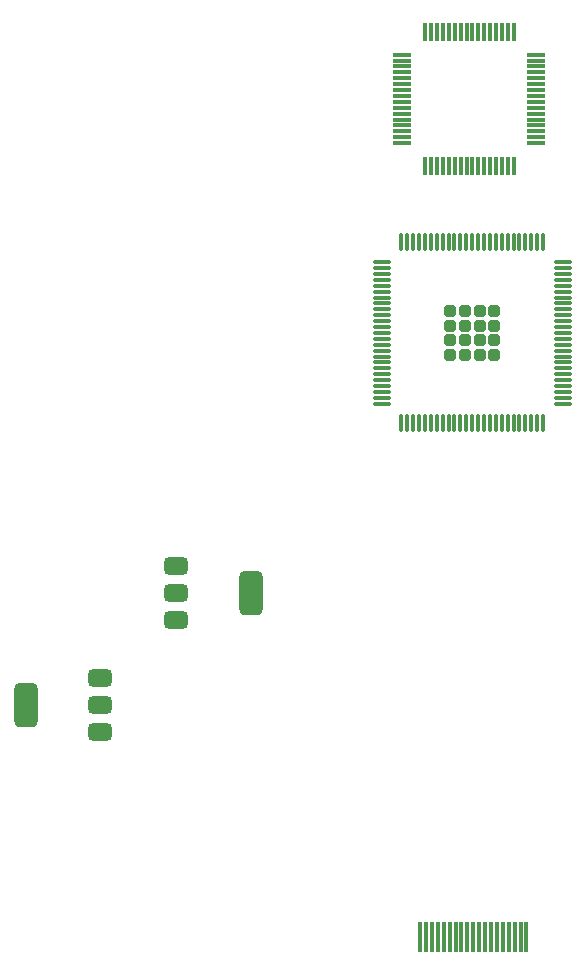
<source format=gbr>
%TF.GenerationSoftware,KiCad,Pcbnew,8.0.4*%
%TF.CreationDate,2024-10-28T16:26:41-05:00*%
%TF.ProjectId,String-Drum-Synthesizer,53747269-6e67-42d4-9472-756d2d53796e,rev?*%
%TF.SameCoordinates,Original*%
%TF.FileFunction,Paste,Top*%
%TF.FilePolarity,Positive*%
%FSLAX46Y46*%
G04 Gerber Fmt 4.6, Leading zero omitted, Abs format (unit mm)*
G04 Created by KiCad (PCBNEW 8.0.4) date 2024-10-28 16:26:41*
%MOMM*%
%LPD*%
G01*
G04 APERTURE LIST*
G04 Aperture macros list*
%AMRoundRect*
0 Rectangle with rounded corners*
0 $1 Rounding radius*
0 $2 $3 $4 $5 $6 $7 $8 $9 X,Y pos of 4 corners*
0 Add a 4 corners polygon primitive as box body*
4,1,4,$2,$3,$4,$5,$6,$7,$8,$9,$2,$3,0*
0 Add four circle primitives for the rounded corners*
1,1,$1+$1,$2,$3*
1,1,$1+$1,$4,$5*
1,1,$1+$1,$6,$7*
1,1,$1+$1,$8,$9*
0 Add four rect primitives between the rounded corners*
20,1,$1+$1,$2,$3,$4,$5,0*
20,1,$1+$1,$4,$5,$6,$7,0*
20,1,$1+$1,$6,$7,$8,$9,0*
20,1,$1+$1,$8,$9,$2,$3,0*%
G04 Aperture macros list end*
%ADD10R,0.300000X2.600000*%
%ADD11RoundRect,0.075000X0.700000X0.075000X-0.700000X0.075000X-0.700000X-0.075000X0.700000X-0.075000X0*%
%ADD12RoundRect,0.075000X0.075000X0.700000X-0.075000X0.700000X-0.075000X-0.700000X0.075000X-0.700000X0*%
%ADD13RoundRect,0.250000X-0.255000X0.255000X-0.255000X-0.255000X0.255000X-0.255000X0.255000X0.255000X0*%
%ADD14RoundRect,0.075000X-0.075000X0.662500X-0.075000X-0.662500X0.075000X-0.662500X0.075000X0.662500X0*%
%ADD15RoundRect,0.075000X-0.662500X0.075000X-0.662500X-0.075000X0.662500X-0.075000X0.662500X0.075000X0*%
%ADD16RoundRect,0.375000X-0.625000X-0.375000X0.625000X-0.375000X0.625000X0.375000X-0.625000X0.375000X0*%
%ADD17RoundRect,0.500000X-0.500000X-1.400000X0.500000X-1.400000X0.500000X1.400000X-0.500000X1.400000X0*%
%ADD18RoundRect,0.375000X0.625000X0.375000X-0.625000X0.375000X-0.625000X-0.375000X0.625000X-0.375000X0*%
%ADD19RoundRect,0.500000X0.500000X1.400000X-0.500000X1.400000X-0.500000X-1.400000X0.500000X-1.400000X0*%
G04 APERTURE END LIST*
D10*
%TO.C,J1*%
X187833000Y-122555000D03*
X187333000Y-122555000D03*
X186833000Y-122555000D03*
X186333000Y-122555000D03*
X185833000Y-122555000D03*
X185333000Y-122555000D03*
X184833000Y-122555000D03*
X184333000Y-122555000D03*
X183833000Y-122555000D03*
X183333000Y-122555000D03*
X182833000Y-122555000D03*
X182333000Y-122555000D03*
X181833000Y-122555000D03*
X181333000Y-122555000D03*
X180833000Y-122555000D03*
X180333000Y-122555000D03*
X179833000Y-122555000D03*
X179333000Y-122555000D03*
X178833000Y-122555000D03*
%TD*%
D11*
%TO.C,U6*%
X188682000Y-55312000D03*
X188682000Y-54812000D03*
X188682000Y-54312000D03*
X188682000Y-53812000D03*
X188682000Y-53312000D03*
X188682000Y-52812000D03*
X188682000Y-52312000D03*
X188682000Y-51812000D03*
X188682000Y-51312000D03*
X188682000Y-50812000D03*
X188682000Y-50312000D03*
X188682000Y-49812000D03*
X188682000Y-49312000D03*
X188682000Y-48812000D03*
X188682000Y-48312000D03*
X188682000Y-47812000D03*
D12*
X186757000Y-45887000D03*
X186257000Y-45887000D03*
X185757000Y-45887000D03*
X185257000Y-45887000D03*
X184757000Y-45887000D03*
X184257000Y-45887000D03*
X183757000Y-45887000D03*
X183257000Y-45887000D03*
X182757000Y-45887000D03*
X182257000Y-45887000D03*
X181757000Y-45887000D03*
X181257000Y-45887000D03*
X180757000Y-45887000D03*
X180257000Y-45887000D03*
X179757000Y-45887000D03*
X179257000Y-45887000D03*
D11*
X177332000Y-47812000D03*
X177332000Y-48312000D03*
X177332000Y-48812000D03*
X177332000Y-49312000D03*
X177332000Y-49812000D03*
X177332000Y-50312000D03*
X177332000Y-50812000D03*
X177332000Y-51312000D03*
X177332000Y-51812000D03*
X177332000Y-52312000D03*
X177332000Y-52812000D03*
X177332000Y-53312000D03*
X177332000Y-53812000D03*
X177332000Y-54312000D03*
X177332000Y-54812000D03*
X177332000Y-55312000D03*
D12*
X179257000Y-57237000D03*
X179757000Y-57237000D03*
X180257000Y-57237000D03*
X180757000Y-57237000D03*
X181257000Y-57237000D03*
X181757000Y-57237000D03*
X182257000Y-57237000D03*
X182757000Y-57237000D03*
X183257000Y-57237000D03*
X183757000Y-57237000D03*
X184257000Y-57237000D03*
X184757000Y-57237000D03*
X185257000Y-57237000D03*
X185757000Y-57237000D03*
X186257000Y-57237000D03*
X186757000Y-57237000D03*
%TD*%
D13*
%TO.C,U2*%
X185111500Y-69503000D03*
X183861500Y-69503000D03*
X182611500Y-69503000D03*
X181361500Y-69503000D03*
X185111500Y-70753000D03*
X183861500Y-70753000D03*
X182611500Y-70753000D03*
X181361500Y-70753000D03*
X185111500Y-72003000D03*
X183861500Y-72003000D03*
X182611500Y-72003000D03*
X181361500Y-72003000D03*
X185111500Y-73253000D03*
X183861500Y-73253000D03*
X182611500Y-73253000D03*
X181361500Y-73253000D03*
D14*
X189236500Y-63715500D03*
X188736500Y-63715500D03*
X188236500Y-63715500D03*
X187736500Y-63715500D03*
X187236500Y-63715500D03*
X186736500Y-63715500D03*
X186236500Y-63715500D03*
X185736500Y-63715500D03*
X185236500Y-63715500D03*
X184736500Y-63715500D03*
X184236500Y-63715500D03*
X183736500Y-63715500D03*
X183236500Y-63715500D03*
X182736500Y-63715500D03*
X182236500Y-63715500D03*
X181736500Y-63715500D03*
X181236500Y-63715500D03*
X180736500Y-63715500D03*
X180236500Y-63715500D03*
X179736500Y-63715500D03*
X179236500Y-63715500D03*
X178736500Y-63715500D03*
X178236500Y-63715500D03*
X177736500Y-63715500D03*
X177236500Y-63715500D03*
D15*
X175574000Y-65378000D03*
X175574000Y-65878000D03*
X175574000Y-66378000D03*
X175574000Y-66878000D03*
X175574000Y-67378000D03*
X175574000Y-67878000D03*
X175574000Y-68378000D03*
X175574000Y-68878000D03*
X175574000Y-69378000D03*
X175574000Y-69878000D03*
X175574000Y-70378000D03*
X175574000Y-70878000D03*
X175574000Y-71378000D03*
X175574000Y-71878000D03*
X175574000Y-72378000D03*
X175574000Y-72878000D03*
X175574000Y-73378000D03*
X175574000Y-73878000D03*
X175574000Y-74378000D03*
X175574000Y-74878000D03*
X175574000Y-75378000D03*
X175574000Y-75878000D03*
X175574000Y-76378000D03*
X175574000Y-76878000D03*
X175574000Y-77378000D03*
D14*
X177236500Y-79040500D03*
X177736500Y-79040500D03*
X178236500Y-79040500D03*
X178736500Y-79040500D03*
X179236500Y-79040500D03*
X179736500Y-79040500D03*
X180236500Y-79040500D03*
X180736500Y-79040500D03*
X181236500Y-79040500D03*
X181736500Y-79040500D03*
X182236500Y-79040500D03*
X182736500Y-79040500D03*
X183236500Y-79040500D03*
X183736500Y-79040500D03*
X184236500Y-79040500D03*
X184736500Y-79040500D03*
X185236500Y-79040500D03*
X185736500Y-79040500D03*
X186236500Y-79040500D03*
X186736500Y-79040500D03*
X187236500Y-79040500D03*
X187736500Y-79040500D03*
X188236500Y-79040500D03*
X188736500Y-79040500D03*
X189236500Y-79040500D03*
D15*
X190899000Y-77378000D03*
X190899000Y-76878000D03*
X190899000Y-76378000D03*
X190899000Y-75878000D03*
X190899000Y-75378000D03*
X190899000Y-74878000D03*
X190899000Y-74378000D03*
X190899000Y-73878000D03*
X190899000Y-73378000D03*
X190899000Y-72878000D03*
X190899000Y-72378000D03*
X190899000Y-71878000D03*
X190899000Y-71378000D03*
X190899000Y-70878000D03*
X190899000Y-70378000D03*
X190899000Y-69878000D03*
X190899000Y-69378000D03*
X190899000Y-68878000D03*
X190899000Y-68378000D03*
X190899000Y-67878000D03*
X190899000Y-67378000D03*
X190899000Y-66878000D03*
X190899000Y-66378000D03*
X190899000Y-65878000D03*
X190899000Y-65378000D03*
%TD*%
D16*
%TO.C,U1*%
X158192000Y-91082500D03*
X158192000Y-93382500D03*
D17*
X164492000Y-93382500D03*
D16*
X158192000Y-95682500D03*
%TD*%
D18*
%TO.C,U5*%
X151740000Y-105170000D03*
X151740000Y-102870000D03*
D19*
X145440000Y-102870000D03*
D18*
X151740000Y-100570000D03*
%TD*%
M02*

</source>
